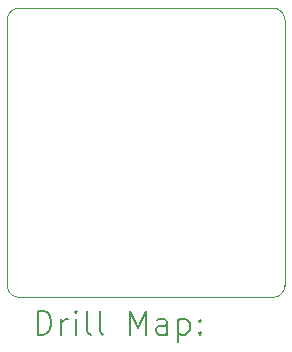
<source format=gbr>
%TF.GenerationSoftware,KiCad,Pcbnew,9.0.4*%
%TF.CreationDate,2025-12-19T16:33:56-05:00*%
%TF.ProjectId,ADS1120IPWR,41445331-3132-4304-9950-57522e6b6963,rev?*%
%TF.SameCoordinates,Original*%
%TF.FileFunction,Drillmap*%
%TF.FilePolarity,Positive*%
%FSLAX45Y45*%
G04 Gerber Fmt 4.5, Leading zero omitted, Abs format (unit mm)*
G04 Created by KiCad (PCBNEW 9.0.4) date 2025-12-19 16:33:56*
%MOMM*%
%LPD*%
G01*
G04 APERTURE LIST*
%ADD10C,0.050000*%
%ADD11C,0.200000*%
G04 APERTURE END LIST*
D10*
X16575000Y-7500000D02*
G75*
G02*
X16475000Y-7600000I-100000J0D01*
G01*
X14325000Y-5150000D02*
X16475000Y-5150000D01*
X14225000Y-5250000D02*
G75*
G02*
X14325000Y-5150000I100000J0D01*
G01*
X16575000Y-5250000D02*
X16575000Y-7500000D01*
X16475000Y-7600000D02*
X14325000Y-7600000D01*
X14325000Y-7600000D02*
G75*
G02*
X14225000Y-7500000I0J100000D01*
G01*
X16475000Y-5150000D02*
G75*
G02*
X16575000Y-5250000I0J-100000D01*
G01*
X14225000Y-7500000D02*
X14225000Y-5250000D01*
D11*
X14483277Y-7913984D02*
X14483277Y-7713984D01*
X14483277Y-7713984D02*
X14530896Y-7713984D01*
X14530896Y-7713984D02*
X14559467Y-7723508D01*
X14559467Y-7723508D02*
X14578515Y-7742555D01*
X14578515Y-7742555D02*
X14588039Y-7761603D01*
X14588039Y-7761603D02*
X14597562Y-7799698D01*
X14597562Y-7799698D02*
X14597562Y-7828269D01*
X14597562Y-7828269D02*
X14588039Y-7866365D01*
X14588039Y-7866365D02*
X14578515Y-7885412D01*
X14578515Y-7885412D02*
X14559467Y-7904460D01*
X14559467Y-7904460D02*
X14530896Y-7913984D01*
X14530896Y-7913984D02*
X14483277Y-7913984D01*
X14683277Y-7913984D02*
X14683277Y-7780650D01*
X14683277Y-7818746D02*
X14692801Y-7799698D01*
X14692801Y-7799698D02*
X14702324Y-7790174D01*
X14702324Y-7790174D02*
X14721372Y-7780650D01*
X14721372Y-7780650D02*
X14740420Y-7780650D01*
X14807086Y-7913984D02*
X14807086Y-7780650D01*
X14807086Y-7713984D02*
X14797562Y-7723508D01*
X14797562Y-7723508D02*
X14807086Y-7733031D01*
X14807086Y-7733031D02*
X14816610Y-7723508D01*
X14816610Y-7723508D02*
X14807086Y-7713984D01*
X14807086Y-7713984D02*
X14807086Y-7733031D01*
X14930896Y-7913984D02*
X14911848Y-7904460D01*
X14911848Y-7904460D02*
X14902324Y-7885412D01*
X14902324Y-7885412D02*
X14902324Y-7713984D01*
X15035658Y-7913984D02*
X15016610Y-7904460D01*
X15016610Y-7904460D02*
X15007086Y-7885412D01*
X15007086Y-7885412D02*
X15007086Y-7713984D01*
X15264229Y-7913984D02*
X15264229Y-7713984D01*
X15264229Y-7713984D02*
X15330896Y-7856841D01*
X15330896Y-7856841D02*
X15397562Y-7713984D01*
X15397562Y-7713984D02*
X15397562Y-7913984D01*
X15578515Y-7913984D02*
X15578515Y-7809222D01*
X15578515Y-7809222D02*
X15568991Y-7790174D01*
X15568991Y-7790174D02*
X15549943Y-7780650D01*
X15549943Y-7780650D02*
X15511848Y-7780650D01*
X15511848Y-7780650D02*
X15492801Y-7790174D01*
X15578515Y-7904460D02*
X15559467Y-7913984D01*
X15559467Y-7913984D02*
X15511848Y-7913984D01*
X15511848Y-7913984D02*
X15492801Y-7904460D01*
X15492801Y-7904460D02*
X15483277Y-7885412D01*
X15483277Y-7885412D02*
X15483277Y-7866365D01*
X15483277Y-7866365D02*
X15492801Y-7847317D01*
X15492801Y-7847317D02*
X15511848Y-7837793D01*
X15511848Y-7837793D02*
X15559467Y-7837793D01*
X15559467Y-7837793D02*
X15578515Y-7828269D01*
X15673753Y-7780650D02*
X15673753Y-7980650D01*
X15673753Y-7790174D02*
X15692801Y-7780650D01*
X15692801Y-7780650D02*
X15730896Y-7780650D01*
X15730896Y-7780650D02*
X15749943Y-7790174D01*
X15749943Y-7790174D02*
X15759467Y-7799698D01*
X15759467Y-7799698D02*
X15768991Y-7818746D01*
X15768991Y-7818746D02*
X15768991Y-7875888D01*
X15768991Y-7875888D02*
X15759467Y-7894936D01*
X15759467Y-7894936D02*
X15749943Y-7904460D01*
X15749943Y-7904460D02*
X15730896Y-7913984D01*
X15730896Y-7913984D02*
X15692801Y-7913984D01*
X15692801Y-7913984D02*
X15673753Y-7904460D01*
X15854705Y-7894936D02*
X15864229Y-7904460D01*
X15864229Y-7904460D02*
X15854705Y-7913984D01*
X15854705Y-7913984D02*
X15845182Y-7904460D01*
X15845182Y-7904460D02*
X15854705Y-7894936D01*
X15854705Y-7894936D02*
X15854705Y-7913984D01*
X15854705Y-7790174D02*
X15864229Y-7799698D01*
X15864229Y-7799698D02*
X15854705Y-7809222D01*
X15854705Y-7809222D02*
X15845182Y-7799698D01*
X15845182Y-7799698D02*
X15854705Y-7790174D01*
X15854705Y-7790174D02*
X15854705Y-7809222D01*
M02*

</source>
